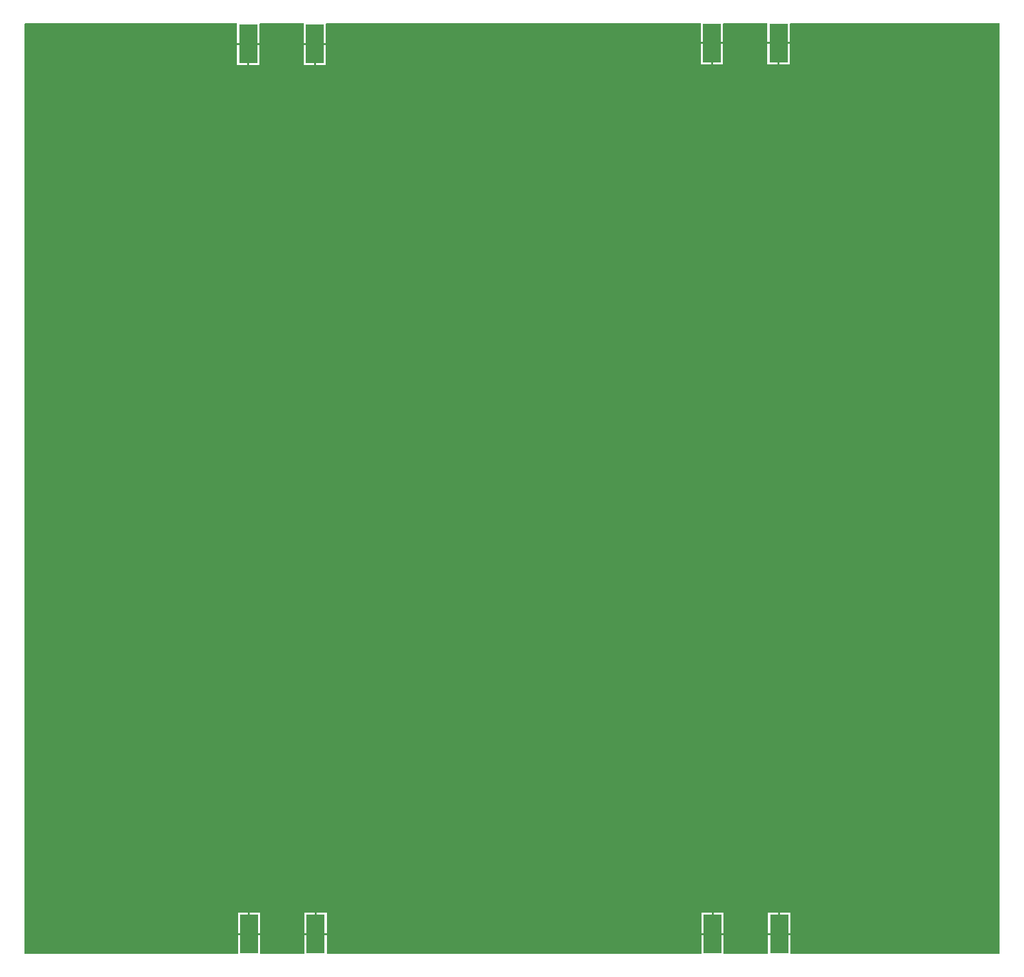
<source format=gbr>
%TF.GenerationSoftware,Altium Limited,Altium Designer,24.6.1 (21)*%
G04 Layer_Physical_Order=2*
G04 Layer_Color=16711680*
%FSLAX45Y45*%
%MOMM*%
%TF.SameCoordinates,104D0E94-22AC-47F8-8689-0ABA5F01EAEE*%
%TF.FilePolarity,Positive*%
%TF.FileFunction,Copper,L2,Bot,Signal*%
%TF.Part,Single*%
G01*
G75*
%TA.AperFunction,ConnectorPad*%
%ADD11R,2.41300X5.08000*%
%TA.AperFunction,ViaPad*%
%ADD16C,1.50000*%
G36*
X4270800Y13271954D02*
Y13015199D01*
X4416849D01*
X4562900D01*
Y13262917D01*
X4571881Y13271896D01*
X5147100Y13271783D01*
Y13015199D01*
X5293149D01*
X5439200D01*
Y13262746D01*
X5448181Y13271725D01*
X10370800Y13270766D01*
Y13025201D01*
X10516850D01*
X10662900D01*
Y13261728D01*
X10671881Y13270708D01*
X11247100Y13270595D01*
Y13025201D01*
X11393150D01*
X11539200D01*
Y13261557D01*
X11548181Y13270535D01*
X14300000Y13270000D01*
X14302498Y1041482D01*
X14293520Y1032500D01*
X11548550D01*
Y1277300D01*
X11402500D01*
X11256450D01*
Y1032500D01*
X10672250D01*
Y1277300D01*
X10526200D01*
X10380150D01*
Y1032500D01*
X5448550D01*
Y1279800D01*
X5302500D01*
X5156450D01*
Y1032500D01*
X4572250D01*
Y1279800D01*
X4426200D01*
X4280150D01*
Y1032500D01*
X1472500D01*
Y13263519D01*
X1481481Y13272498D01*
X4270800Y13271954D01*
D02*
G37*
%LPC*%
G36*
X11539200Y12999802D02*
X11405850D01*
Y12733100D01*
X11539200D01*
Y12999802D01*
D02*
G37*
G36*
X11380450D02*
X11247100D01*
Y12733100D01*
X11380450D01*
Y12999802D01*
D02*
G37*
G36*
X10662900D02*
X10529550D01*
Y12733100D01*
X10662900D01*
Y12999802D01*
D02*
G37*
G36*
X10504150D02*
X10370800D01*
Y12733100D01*
X10504150D01*
Y12999802D01*
D02*
G37*
G36*
X5439200Y12989799D02*
X5305849D01*
Y12723100D01*
X5439200D01*
Y12989799D01*
D02*
G37*
G36*
X5280449D02*
X5147100D01*
Y12723100D01*
X5280449D01*
Y12989799D01*
D02*
G37*
G36*
X4562900D02*
X4429549D01*
Y12723100D01*
X4562900D01*
Y12989799D01*
D02*
G37*
G36*
X4404149D02*
X4270800D01*
Y12723100D01*
X4404149D01*
Y12989799D01*
D02*
G37*
G36*
X5448550Y1571900D02*
X5315200D01*
Y1305200D01*
X5448550D01*
Y1571900D01*
D02*
G37*
G36*
X4572250D02*
X4438900D01*
Y1305200D01*
X4572250D01*
Y1571900D01*
D02*
G37*
G36*
X5289800D02*
X5156450D01*
Y1305200D01*
X5289800D01*
Y1571900D01*
D02*
G37*
G36*
X4413500D02*
X4280150D01*
Y1305200D01*
X4413500D01*
Y1571900D01*
D02*
G37*
G36*
X11548550Y1569400D02*
X11415200D01*
Y1302700D01*
X11548550D01*
Y1569400D01*
D02*
G37*
G36*
X10672250D02*
X10538900D01*
Y1302700D01*
X10672250D01*
Y1569400D01*
D02*
G37*
G36*
X11389800D02*
X11256450D01*
Y1302700D01*
X11389800D01*
Y1569400D01*
D02*
G37*
G36*
X10513500D02*
X10380150D01*
Y1302700D01*
X10513500D01*
Y1569400D01*
D02*
G37*
%LPD*%
D11*
X10516850Y13012500D02*
D03*
X11393150D02*
D03*
X4416850Y13002499D02*
D03*
X5293150D02*
D03*
X11402500Y1290000D02*
D03*
X10526200D02*
D03*
X5302500Y1292500D02*
D03*
X4426200D02*
D03*
D16*
X5300000Y1172500D02*
D03*
X5307500Y1440000D02*
D03*
X4417500Y1180000D02*
D03*
X4420000Y1440000D02*
D03*
X11407500Y1175000D02*
D03*
Y1432500D02*
D03*
X10517500Y1167500D02*
D03*
X10522500Y1415000D02*
D03*
X11397500Y13155000D02*
D03*
Y12900000D02*
D03*
X10512500Y12907500D02*
D03*
Y13147501D02*
D03*
X5295000Y12887500D02*
D03*
X5297500Y13132500D02*
D03*
X4417500D02*
D03*
Y12895000D02*
D03*
%TF.MD5,7a73da6f0e15ea1a8fc7287ee7a6a7a9*%
M02*

</source>
